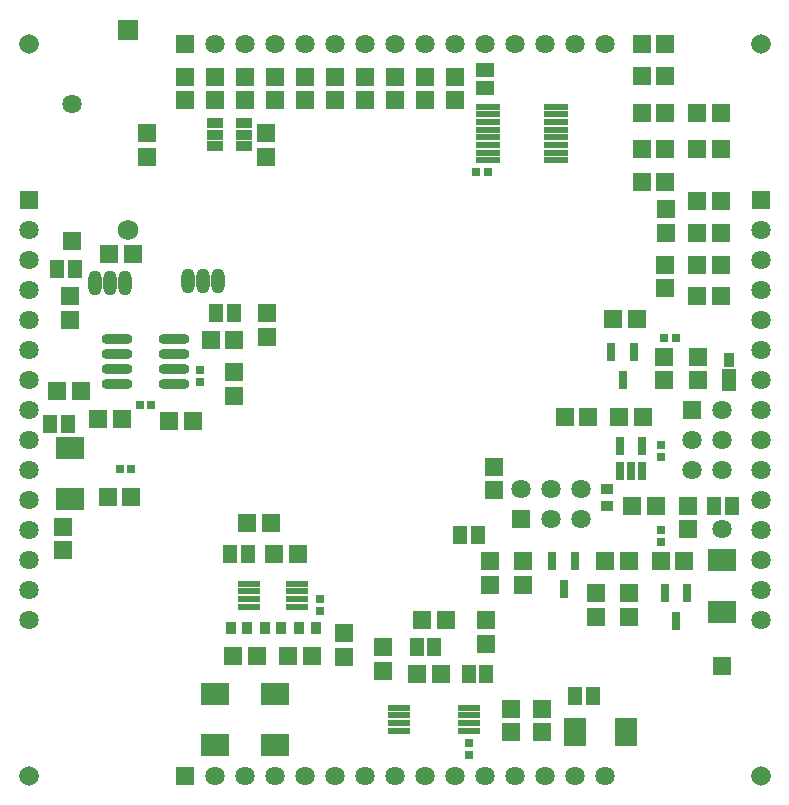
<source format=gbs>
G04 Layer_Color=16711935*
%FSLAX44Y44*%
%MOMM*%
G71*
G01*
G75*
%ADD72R,1.5372X1.2372*%
%ADD73R,1.5372X1.6372*%
%ADD74R,0.7372X0.6372*%
%ADD78R,1.6372X1.5372*%
%ADD81R,0.6372X0.7372*%
%ADD84R,0.9372X1.0372*%
%ADD85R,0.7372X1.5872*%
%ADD86R,1.2372X1.5372*%
%ADD87R,1.9152X0.5690*%
%ADD89O,2.6372X0.8372*%
%ADD90R,2.4232X1.9152*%
%ADD92R,1.9152X0.5436*%
%ADD93R,0.9271X1.2271*%
%ADD94R,1.1572X1.9271*%
%ADD98C,1.6372*%
%ADD99R,1.6372X1.6372*%
%ADD100R,1.6372X1.6372*%
%ADD101O,1.1372X2.1372*%
%ADD102O,1.1372X2.1372*%
%ADD103R,1.7371X1.7371*%
%ADD104C,1.7371*%
%ADD105C,1.6612*%
%ADD106R,2.1184X0.5436*%
%ADD107R,0.6872X1.5872*%
%ADD108R,0.6872X1.5872*%
%ADD109R,1.0372X0.9372*%
%ADD110R,1.9152X2.4232*%
%ADD111R,1.4372X0.8372*%
D72*
X426200Y637500D02*
D03*
Y622500D02*
D03*
D73*
X99000Y342000D02*
D03*
X119000D02*
D03*
X194000Y409000D02*
D03*
X214000D02*
D03*
X579000Y660000D02*
D03*
X559000D02*
D03*
X579000Y633000D02*
D03*
X559000D02*
D03*
X626000Y601000D02*
D03*
X606000D02*
D03*
X579000D02*
D03*
X559000D02*
D03*
X626000Y571000D02*
D03*
X606000D02*
D03*
X579000D02*
D03*
X559000D02*
D03*
X579000Y543000D02*
D03*
X559000D02*
D03*
X606000Y527000D02*
D03*
X626000D02*
D03*
Y500000D02*
D03*
X606000D02*
D03*
X626000Y473000D02*
D03*
X606000D02*
D03*
X626000Y446000D02*
D03*
X606000D02*
D03*
X535000Y427000D02*
D03*
X555000D02*
D03*
X494000Y344000D02*
D03*
X514000D02*
D03*
X540000D02*
D03*
X560000D02*
D03*
X571000Y269000D02*
D03*
X551000D02*
D03*
X595000Y222000D02*
D03*
X575000D02*
D03*
X528000D02*
D03*
X548000D02*
D03*
X393000Y172000D02*
D03*
X373000D02*
D03*
X369000Y126000D02*
D03*
X389000D02*
D03*
X280000Y142000D02*
D03*
X260000D02*
D03*
X213000D02*
D03*
X233000D02*
D03*
X248000Y228000D02*
D03*
X268000D02*
D03*
X245000Y254000D02*
D03*
X225000D02*
D03*
X107000Y276000D02*
D03*
X127000D02*
D03*
X179000Y341000D02*
D03*
X159000D02*
D03*
X84000Y366000D02*
D03*
X64000D02*
D03*
X128000Y482000D02*
D03*
X108000D02*
D03*
D74*
X134000Y354000D02*
D03*
X144000D02*
D03*
X429000Y551000D02*
D03*
X419000D02*
D03*
X578000Y411000D02*
D03*
X588000D02*
D03*
X127000Y300000D02*
D03*
X117000D02*
D03*
D78*
X242000Y432000D02*
D03*
Y412000D02*
D03*
X607000Y375000D02*
D03*
Y395000D02*
D03*
X172200Y612000D02*
D03*
Y632000D02*
D03*
X248400Y612000D02*
D03*
Y632000D02*
D03*
X197600Y612000D02*
D03*
Y632000D02*
D03*
X223000Y612000D02*
D03*
Y632000D02*
D03*
X241000Y584000D02*
D03*
Y564000D02*
D03*
X273800Y612000D02*
D03*
Y632000D02*
D03*
X299200Y612000D02*
D03*
Y632000D02*
D03*
X324600Y612000D02*
D03*
Y632000D02*
D03*
X350000Y612000D02*
D03*
Y632000D02*
D03*
X375400Y612000D02*
D03*
Y632000D02*
D03*
X400800Y612000D02*
D03*
Y632000D02*
D03*
X580000Y500000D02*
D03*
Y520000D02*
D03*
X579000Y473000D02*
D03*
Y453000D02*
D03*
X578000Y395000D02*
D03*
Y375000D02*
D03*
X434000Y302000D02*
D03*
Y282000D02*
D03*
X598000Y249000D02*
D03*
Y269000D02*
D03*
X431000Y202000D02*
D03*
Y222000D02*
D03*
X459000D02*
D03*
Y202000D02*
D03*
X548000Y195000D02*
D03*
Y175000D02*
D03*
X520000D02*
D03*
Y195000D02*
D03*
X475000Y97000D02*
D03*
Y77000D02*
D03*
X427000Y152000D02*
D03*
Y172000D02*
D03*
X448000Y97000D02*
D03*
Y77000D02*
D03*
X340000Y129000D02*
D03*
Y149000D02*
D03*
X307000Y161000D02*
D03*
Y141000D02*
D03*
X69000Y251000D02*
D03*
Y231000D02*
D03*
X214000Y362000D02*
D03*
Y382000D02*
D03*
X75000Y426000D02*
D03*
Y446000D02*
D03*
X140000Y584000D02*
D03*
Y564000D02*
D03*
D81*
X575000Y310000D02*
D03*
Y320000D02*
D03*
Y238000D02*
D03*
Y248000D02*
D03*
X413000Y68000D02*
D03*
Y58000D02*
D03*
X287000Y190000D02*
D03*
Y180000D02*
D03*
X185000Y374000D02*
D03*
Y384000D02*
D03*
D84*
X283000Y165000D02*
D03*
X269000D02*
D03*
X254000D02*
D03*
X240000D02*
D03*
X225000D02*
D03*
X211000D02*
D03*
D85*
X533500Y398750D02*
D03*
X552500D02*
D03*
X543000Y375250D02*
D03*
X483500Y221750D02*
D03*
X502500D02*
D03*
X493000Y198250D02*
D03*
X578500Y194750D02*
D03*
X597500D02*
D03*
X588000Y171250D02*
D03*
D86*
X64000Y469000D02*
D03*
X79000D02*
D03*
X213500Y432000D02*
D03*
X198500D02*
D03*
X635500Y269000D02*
D03*
X620500D02*
D03*
X405500Y244000D02*
D03*
X420500D02*
D03*
X225500Y228000D02*
D03*
X210500D02*
D03*
X517500Y108000D02*
D03*
X502500D02*
D03*
X427500Y126000D02*
D03*
X412500D02*
D03*
X383500Y149000D02*
D03*
X368500D02*
D03*
X58500Y338000D02*
D03*
X73500D02*
D03*
D87*
X267447Y183250D02*
D03*
Y189750D02*
D03*
Y196250D02*
D03*
Y202750D02*
D03*
X226553D02*
D03*
Y196250D02*
D03*
Y189750D02*
D03*
Y183250D02*
D03*
D89*
X163500Y410050D02*
D03*
Y397350D02*
D03*
Y384650D02*
D03*
Y371950D02*
D03*
X114500Y410050D02*
D03*
Y397350D02*
D03*
Y384650D02*
D03*
Y371950D02*
D03*
D90*
X627000Y222770D02*
D03*
Y179230D02*
D03*
X197600Y109770D02*
D03*
Y66230D02*
D03*
X248400Y109770D02*
D03*
Y66230D02*
D03*
X75000Y317770D02*
D03*
Y274230D02*
D03*
D92*
X353282Y78250D02*
D03*
Y84750D02*
D03*
Y91250D02*
D03*
Y97750D02*
D03*
X412718D02*
D03*
Y91250D02*
D03*
Y84750D02*
D03*
Y78250D02*
D03*
D93*
X633000Y392000D02*
D03*
D94*
Y375099D02*
D03*
D98*
X527800Y660000D02*
D03*
X502400D02*
D03*
X477000D02*
D03*
X451600D02*
D03*
X426200D02*
D03*
X400800D02*
D03*
X375400D02*
D03*
X350000D02*
D03*
X324600D02*
D03*
X299200D02*
D03*
X273800D02*
D03*
X248400D02*
D03*
X223000D02*
D03*
X197600D02*
D03*
X627000Y350000D02*
D03*
X601600Y324600D02*
D03*
X627000D02*
D03*
X601600Y299200D02*
D03*
X627000D02*
D03*
X457000Y283000D02*
D03*
X482400Y257600D02*
D03*
Y283000D02*
D03*
X507800Y257600D02*
D03*
Y283000D02*
D03*
X527800Y40000D02*
D03*
X502400D02*
D03*
X477000D02*
D03*
X451600D02*
D03*
X426200D02*
D03*
X400800D02*
D03*
X375400D02*
D03*
X350000D02*
D03*
X324600D02*
D03*
X299200D02*
D03*
X273800D02*
D03*
X248400D02*
D03*
X223000D02*
D03*
X197600D02*
D03*
X40000Y172000D02*
D03*
Y197400D02*
D03*
Y222800D02*
D03*
Y248200D02*
D03*
Y273600D02*
D03*
Y299000D02*
D03*
Y324400D02*
D03*
Y349800D02*
D03*
Y375200D02*
D03*
Y400600D02*
D03*
Y426000D02*
D03*
Y451400D02*
D03*
Y476800D02*
D03*
Y502200D02*
D03*
X77000Y609250D02*
D03*
X660000Y172000D02*
D03*
Y197400D02*
D03*
Y222800D02*
D03*
Y248200D02*
D03*
Y273600D02*
D03*
Y299000D02*
D03*
Y324400D02*
D03*
Y349800D02*
D03*
Y375200D02*
D03*
Y400600D02*
D03*
Y426000D02*
D03*
Y451400D02*
D03*
Y476800D02*
D03*
Y502200D02*
D03*
X627000Y249250D02*
D03*
D99*
X172200Y660000D02*
D03*
X457000Y257600D02*
D03*
X172200Y40000D02*
D03*
D100*
X601600Y350000D02*
D03*
X40000Y527600D02*
D03*
X77000Y492750D02*
D03*
X660000Y527600D02*
D03*
X627000Y132750D02*
D03*
D101*
X200700Y459000D02*
D03*
X175300D02*
D03*
X121700Y457000D02*
D03*
X96300D02*
D03*
D102*
X188000Y459000D02*
D03*
X109000Y457000D02*
D03*
D103*
X124000Y672001D02*
D03*
D104*
Y501999D02*
D03*
D105*
X660000Y40000D02*
D03*
Y660000D02*
D03*
X40000D02*
D03*
Y40000D02*
D03*
D106*
X486702Y606750D02*
D03*
Y600250D02*
D03*
Y593750D02*
D03*
Y587250D02*
D03*
Y580750D02*
D03*
Y574250D02*
D03*
Y567750D02*
D03*
Y561250D02*
D03*
X429298D02*
D03*
Y567750D02*
D03*
Y574250D02*
D03*
Y580750D02*
D03*
Y587250D02*
D03*
Y593750D02*
D03*
Y600250D02*
D03*
Y606750D02*
D03*
D107*
X559500Y298250D02*
D03*
D108*
X550000Y298250D02*
D03*
X540500D02*
D03*
Y319750D02*
D03*
X559500D02*
D03*
D109*
X530000Y269000D02*
D03*
Y283000D02*
D03*
D110*
X502230Y77000D02*
D03*
X545770D02*
D03*
D111*
X198000Y592500D02*
D03*
Y583000D02*
D03*
Y573500D02*
D03*
X222000D02*
D03*
Y583000D02*
D03*
Y592500D02*
D03*
M02*

</source>
